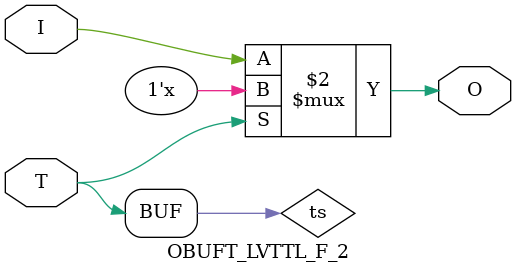
<source format=v>

/*

FUNCTION	: TRI-STATE OUTPUT BUFFER

*/

`celldefine
`timescale  100 ps / 10 ps

module OBUFT_LVTTL_F_2 (O, I, T);

    output O;

    input  I, T;

    or O1 (ts, 1'b0, T);
    bufif0 T1 (O, I, ts);

endmodule

</source>
